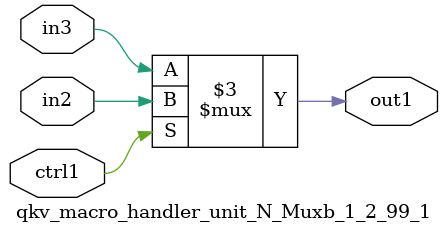
<source format=v>

`timescale 1ps / 1ps


module qkv_macro_handler_unit_N_Muxb_1_2_99_1( in3, in2, ctrl1, out1 );

    input in3;
    input in2;
    input ctrl1;
    output out1;
    reg out1;

    
    // rtl_process:qkv_macro_handler_unit_N_Muxb_1_2_99_1/qkv_macro_handler_unit_N_Muxb_1_2_99_1_thread_1
    always @*
      begin : qkv_macro_handler_unit_N_Muxb_1_2_99_1_thread_1
        case (ctrl1) 
          1'b1: 
            begin
              out1 = in2;
            end
          default: 
            begin
              out1 = in3;
            end
        endcase
      end

endmodule


</source>
